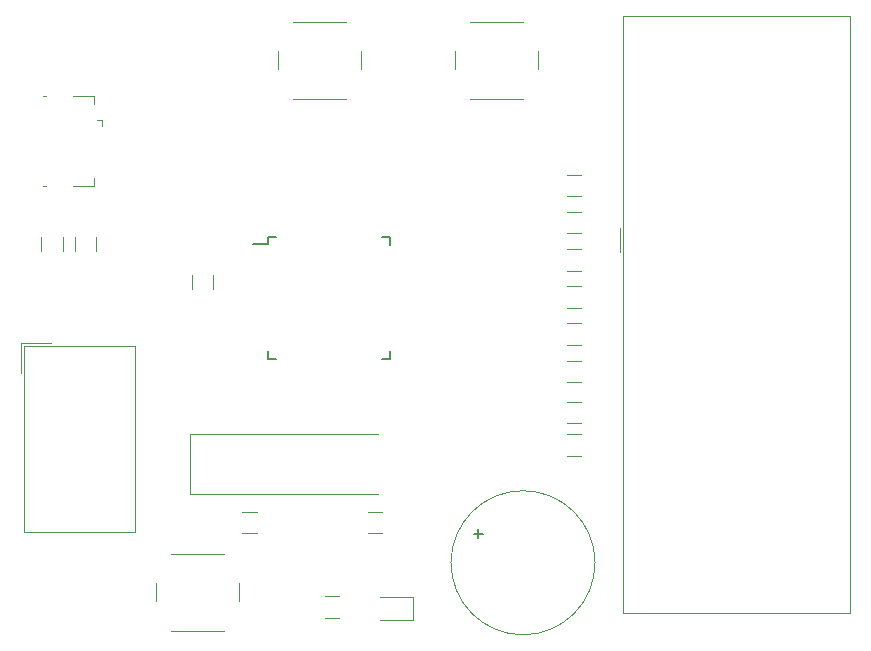
<source format=gbr>
G04 #@! TF.GenerationSoftware,KiCad,Pcbnew,(5.1.5)-3*
G04 #@! TF.CreationDate,2020-08-03T22:27:43-04:00*
G04 #@! TF.ProjectId,Kitchen Timer,4b697463-6865-46e2-9054-696d65722e6b,rev?*
G04 #@! TF.SameCoordinates,Original*
G04 #@! TF.FileFunction,Legend,Top*
G04 #@! TF.FilePolarity,Positive*
%FSLAX46Y46*%
G04 Gerber Fmt 4.6, Leading zero omitted, Abs format (unit mm)*
G04 Created by KiCad (PCBNEW (5.1.5)-3) date 2020-08-03 22:27:43*
%MOMM*%
%LPD*%
G04 APERTURE LIST*
%ADD10C,0.120000*%
%ADD11C,0.150000*%
G04 APERTURE END LIST*
D10*
X134800000Y-105750000D02*
G75*
G03X134800000Y-105750000I-6100000J0D01*
G01*
X115597936Y-103260000D02*
X116802064Y-103260000D01*
X115597936Y-101440000D02*
X116802064Y-101440000D01*
X104947936Y-101440000D02*
X106152064Y-101440000D01*
X104947936Y-103260000D02*
X106152064Y-103260000D01*
X100640000Y-82552064D02*
X100640000Y-81347936D01*
X102460000Y-82552064D02*
X102460000Y-81347936D01*
X116550000Y-110560000D02*
X119410000Y-110560000D01*
X119410000Y-110560000D02*
X119410000Y-108640000D01*
X119410000Y-108640000D02*
X116550000Y-108640000D01*
X92360000Y-66240000D02*
X92360000Y-66900000D01*
X90630000Y-66240000D02*
X92360000Y-66240000D01*
X88060000Y-73860000D02*
X88270000Y-73860000D01*
X88060000Y-66240000D02*
X88270000Y-66240000D01*
X90630000Y-73860000D02*
X92360000Y-73860000D01*
X92360000Y-73860000D02*
X92360000Y-73210000D01*
X93060000Y-68290000D02*
X93060000Y-68740000D01*
X93060000Y-68290000D02*
X92670000Y-68290000D01*
X95835000Y-87370000D02*
X95835000Y-103150000D01*
X95835000Y-103150000D02*
X86485000Y-103150000D01*
X86485000Y-103150000D02*
X86485000Y-87370000D01*
X86485000Y-87370000D02*
X95835000Y-87370000D01*
X86235000Y-87120000D02*
X86235000Y-89660000D01*
X86235000Y-87120000D02*
X88775000Y-87120000D01*
X87890000Y-79352064D02*
X87890000Y-78147936D01*
X89710000Y-79352064D02*
X89710000Y-78147936D01*
X90740000Y-79352064D02*
X90740000Y-78147936D01*
X92560000Y-79352064D02*
X92560000Y-78147936D01*
X113152064Y-108590000D02*
X111947936Y-108590000D01*
X113152064Y-110410000D02*
X111947936Y-110410000D01*
X133602064Y-94890000D02*
X132397936Y-94890000D01*
X133602064Y-96710000D02*
X132397936Y-96710000D01*
X133602064Y-90460000D02*
X132397936Y-90460000D01*
X133602064Y-88640000D02*
X132397936Y-88640000D01*
X133602064Y-82340000D02*
X132397936Y-82340000D01*
X133602064Y-84160000D02*
X132397936Y-84160000D01*
X133602064Y-77860000D02*
X132397936Y-77860000D01*
X133602064Y-76040000D02*
X132397936Y-76040000D01*
X133602064Y-72890000D02*
X132397936Y-72890000D01*
X133602064Y-74710000D02*
X132397936Y-74710000D01*
X133602064Y-93960000D02*
X132397936Y-93960000D01*
X133602064Y-92140000D02*
X132397936Y-92140000D01*
X133602064Y-85490000D02*
X132397936Y-85490000D01*
X133602064Y-87310000D02*
X132397936Y-87310000D01*
X133602064Y-81010000D02*
X132397936Y-81010000D01*
X133602064Y-79190000D02*
X132397936Y-79190000D01*
X98900000Y-111500000D02*
X103400000Y-111500000D01*
X97650000Y-107500000D02*
X97650000Y-109000000D01*
X103400000Y-105000000D02*
X98900000Y-105000000D01*
X104650000Y-109000000D02*
X104650000Y-107500000D01*
X122950000Y-62450000D02*
X122950000Y-63950000D01*
X124200000Y-66450000D02*
X128700000Y-66450000D01*
X129950000Y-63950000D02*
X129950000Y-62450000D01*
X128700000Y-59950000D02*
X124200000Y-59950000D01*
X113700000Y-59950000D02*
X109200000Y-59950000D01*
X114950000Y-63950000D02*
X114950000Y-62450000D01*
X109200000Y-66450000D02*
X113700000Y-66450000D01*
X107950000Y-62450000D02*
X107950000Y-63950000D01*
D11*
X107125000Y-78175000D02*
X107125000Y-78750000D01*
X117475000Y-78175000D02*
X117475000Y-78850000D01*
X117475000Y-88525000D02*
X117475000Y-87850000D01*
X107125000Y-88525000D02*
X107125000Y-87850000D01*
X107125000Y-78175000D02*
X107800000Y-78175000D01*
X107125000Y-88525000D02*
X107800000Y-88525000D01*
X117475000Y-88525000D02*
X116800000Y-88525000D01*
X117475000Y-78175000D02*
X116800000Y-78175000D01*
X107125000Y-78750000D02*
X105850000Y-78750000D01*
D10*
X137150000Y-59480000D02*
X156390000Y-59480000D01*
X137150000Y-59480000D02*
X137150000Y-110020000D01*
X137150000Y-110020000D02*
X156390000Y-110020000D01*
X156390000Y-110020000D02*
X156390000Y-59480000D01*
X136900000Y-77400000D02*
X136900000Y-79400000D01*
X116450000Y-94850000D02*
X100475000Y-94850000D01*
X100475000Y-94850000D02*
X100475000Y-99950000D01*
X100475000Y-99950000D02*
X116450000Y-99950000D01*
D11*
X124509047Y-103281428D02*
X125270952Y-103281428D01*
X124890000Y-103662380D02*
X124890000Y-102900476D01*
M02*

</source>
